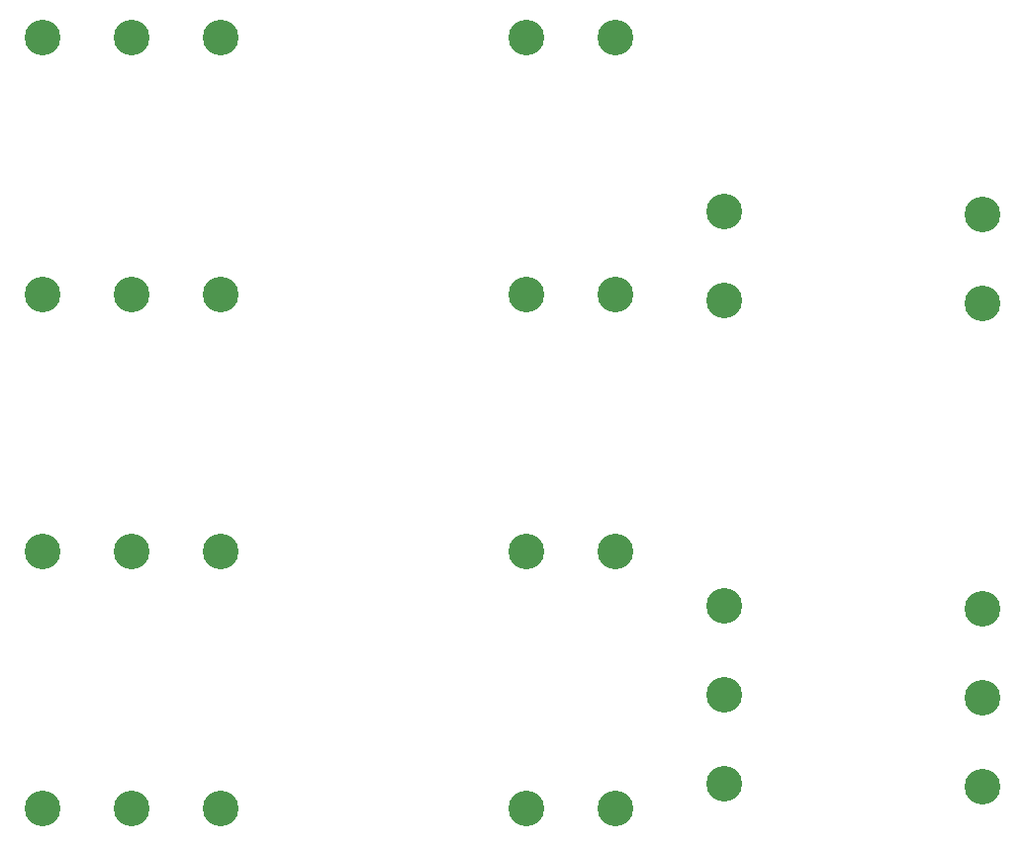
<source format=gts>
%MOIN*%
%OFA0B0*%
%FSLAX46Y46*%
%IPPOS*%
%LPD*%
%ADD10C,0.005905511811023622*%
%ADD11C,0.12000000000000001*%
%ADD22C,0.005905511811023622*%
%ADD23C,0.12000000000000001*%
%ADD34C,0.005905511811023622*%
%ADD35C,0.12000000000000001*%
%ADD46C,0.005905511811023622*%
%ADD47C,0.12000000000000001*%
%ADD58C,0.005905511811023622*%
%ADD59C,0.12000000000000001*%
%ADD70C,0.005905511811023622*%
%ADD71C,0.12000000000000001*%
%LPD*%
G01*
D10*
D11*
X-0005050000Y0006532283D02*
X0000704999Y0002357283D03*
X0000404999Y0002357283D03*
X0000104999Y0002357283D03*
X0001734999Y0002357283D03*
X0002034999Y0002357283D03*
G01*
D22*
D23*
X-0005050000Y0007398425D02*
X0000704999Y0003223425D03*
X0000404999Y0003223425D03*
X0000104999Y0003223425D03*
X0001734999Y0003223425D03*
X0002034999Y0003223425D03*
G04 next file*
%LPD*%
G01*
D34*
D35*
X-0005050000Y0004799999D02*
X0000704999Y0000624999D03*
X0000404999Y0000624999D03*
X0000104999Y0000624999D03*
X0001734999Y0000624999D03*
X0002034999Y0000624999D03*
G01*
D46*
D47*
X-0001771653Y-0004448818D02*
X0002403346Y0001306181D03*
X0002403346Y0001006181D03*
X0002403346Y0000706181D03*
X0002403346Y0002336181D03*
X0002403346Y0002636181D03*
G04 next file*
G01*
D58*
D59*
X-0000902362Y-0004459448D02*
X0003272637Y0001295550D03*
X0003272637Y0000995550D03*
X0003272637Y0000695550D03*
X0003272637Y0002325550D03*
X0003272637Y0002625550D03*
G04 next file*
G04 #@! TF.FileFunction,Soldermask,Top*
G04 Gerber Fmt 4.6, Leading zero omitted, Abs format (unit mm)*
G04 Created by KiCad (PCBNEW 4.0.7) date 01/27/18 21:13:42*
G01*
G04 APERTURE LIST*
G04 APERTURE END LIST*
D70*
D71*
X-0005050000Y0005666141D02*
X0000704999Y0001491140D03*
X0000404999Y0001491140D03*
X0000104999Y0001491140D03*
X0001734999Y0001491140D03*
X0002034999Y0001491140D03*
M02*
</source>
